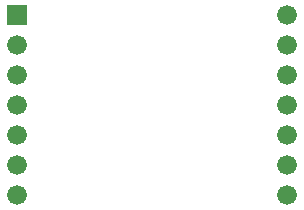
<source format=gbr>
G04 start of page 7 for group -4062 idx -4062 *
G04 Title: (unknown), soldermask *
G04 Creator: pcb 4.0.2 *
G04 CreationDate: Sat May 14 18:14:40 2022 UTC *
G04 For: railfan *
G04 Format: Gerber/RS-274X *
G04 PCB-Dimensions (mil): 1400.00 2300.00 *
G04 PCB-Coordinate-Origin: lower left *
%MOIN*%
%FSLAX25Y25*%
%LNBOTTOMMASK*%
%ADD30C,0.0001*%
%ADD29C,0.0660*%
G54D29*X25000Y157500D03*
Y147500D03*
Y137500D03*
Y127500D03*
G54D30*G36*
X21700Y190800D02*Y184200D01*
X28300D01*
Y190800D01*
X21700D01*
G37*
G54D29*X25000Y177500D03*
Y167500D03*
X115000Y187500D03*
Y177500D03*
Y167500D03*
Y157500D03*
Y147500D03*
Y137500D03*
Y127500D03*
M02*

</source>
